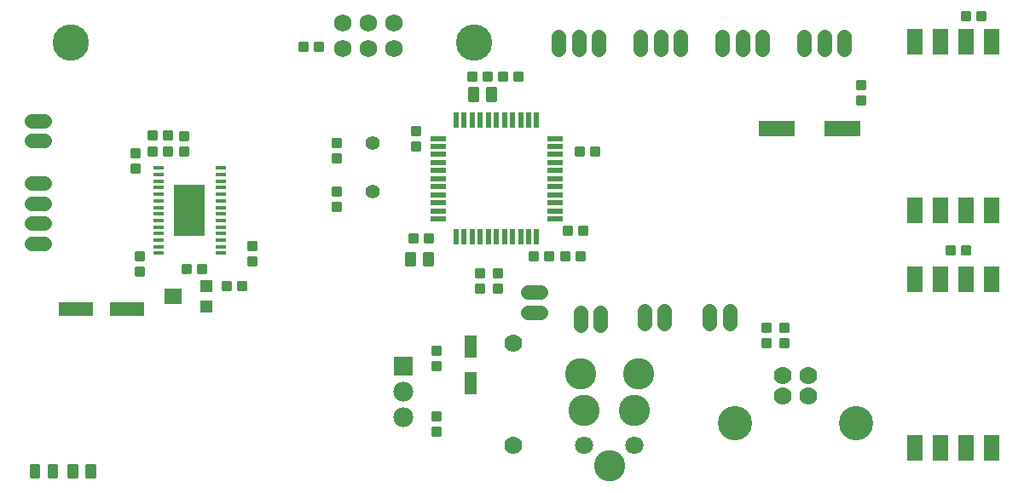
<source format=gts>
G04 EAGLE Gerber RS-274X export*
G75*
%MOMM*%
%FSLAX34Y34*%
%LPD*%
%INTop Solder Mask*%
%IPPOS*%
%AMOC8*
5,1,8,0,0,1.08239X$1,22.5*%
G01*
%ADD10C,3.601600*%
%ADD11C,0.326897*%
%ADD12R,3.403600X1.371600*%
%ADD13R,1.168400X2.286000*%
%ADD14C,0.357631*%
%ADD15C,1.778000*%
%ADD16R,1.981200X1.981200*%
%ADD17C,1.981200*%
%ADD18C,1.727200*%
%ADD19C,1.409600*%
%ADD20R,0.601600X1.601600*%
%ADD21R,1.601600X0.601600*%
%ADD22R,1.101600X0.451600*%
%ADD23R,3.101600X5.101600*%
%ADD24R,1.701600X1.601600*%
%ADD25R,1.301600X1.301600*%
%ADD26C,1.422400*%
%ADD27C,3.403600*%
%ADD28C,3.101600*%
%ADD29C,1.801600*%
%ADD30R,1.625600X2.641600*%
%ADD31R,3.601600X1.501600*%


D10*
X60000Y450000D03*
X460000Y450000D03*
D11*
X327169Y290339D02*
X327169Y283701D01*
X320531Y283701D01*
X320531Y290339D01*
X327169Y290339D01*
X327169Y286807D02*
X320531Y286807D01*
X320531Y289913D02*
X327169Y289913D01*
X327169Y298941D02*
X327169Y305579D01*
X327169Y298941D02*
X320531Y298941D01*
X320531Y305579D01*
X327169Y305579D01*
X327169Y302047D02*
X320531Y302047D01*
X320531Y305153D02*
X327169Y305153D01*
D12*
X115570Y185420D03*
X64770Y185420D03*
D13*
X457200Y147640D03*
X457200Y111440D03*
D11*
X144289Y354821D02*
X137651Y354821D01*
X137651Y361459D01*
X144289Y361459D01*
X144289Y354821D01*
X144289Y357927D02*
X137651Y357927D01*
X137651Y361033D02*
X144289Y361033D01*
X152891Y354821D02*
X159529Y354821D01*
X152891Y354821D02*
X152891Y361459D01*
X159529Y361459D01*
X159529Y354821D01*
X159529Y357927D02*
X152891Y357927D01*
X152891Y361033D02*
X159529Y361033D01*
X144289Y338311D02*
X137651Y338311D01*
X137651Y344949D01*
X144289Y344949D01*
X144289Y338311D01*
X144289Y341417D02*
X137651Y341417D01*
X137651Y344523D02*
X144289Y344523D01*
X152891Y338311D02*
X159529Y338311D01*
X152891Y338311D02*
X152891Y344949D01*
X159529Y344949D01*
X159529Y338311D01*
X159529Y341417D02*
X152891Y341417D01*
X152891Y344523D02*
X159529Y344523D01*
X327169Y338599D02*
X327169Y331961D01*
X320531Y331961D01*
X320531Y338599D01*
X327169Y338599D01*
X327169Y335067D02*
X320531Y335067D01*
X320531Y338173D02*
X327169Y338173D01*
X327169Y347201D02*
X327169Y353839D01*
X327169Y347201D02*
X320531Y347201D01*
X320531Y353839D01*
X327169Y353839D01*
X327169Y350307D02*
X320531Y350307D01*
X320531Y353413D02*
X327169Y353413D01*
X121141Y343679D02*
X121141Y337041D01*
X121141Y343679D02*
X127779Y343679D01*
X127779Y337041D01*
X121141Y337041D01*
X121141Y340147D02*
X127779Y340147D01*
X127779Y343253D02*
X121141Y343253D01*
X121141Y328439D02*
X121141Y321801D01*
X121141Y328439D02*
X127779Y328439D01*
X127779Y321801D01*
X121141Y321801D01*
X121141Y324907D02*
X127779Y324907D01*
X127779Y328013D02*
X121141Y328013D01*
X211311Y204961D02*
X217949Y204961D01*
X211311Y204961D02*
X211311Y211599D01*
X217949Y211599D01*
X217949Y204961D01*
X217949Y208067D02*
X211311Y208067D01*
X211311Y211173D02*
X217949Y211173D01*
X226551Y204961D02*
X233189Y204961D01*
X226551Y204961D02*
X226551Y211599D01*
X233189Y211599D01*
X233189Y204961D01*
X233189Y208067D02*
X226551Y208067D01*
X226551Y211173D02*
X233189Y211173D01*
X131589Y218931D02*
X131589Y225569D01*
X131589Y218931D02*
X124951Y218931D01*
X124951Y225569D01*
X131589Y225569D01*
X131589Y222037D02*
X124951Y222037D01*
X124951Y225143D02*
X131589Y225143D01*
X131589Y234171D02*
X131589Y240809D01*
X131589Y234171D02*
X124951Y234171D01*
X124951Y240809D01*
X131589Y240809D01*
X131589Y237277D02*
X124951Y237277D01*
X124951Y240383D02*
X131589Y240383D01*
X426229Y66819D02*
X426229Y60181D01*
X419591Y60181D01*
X419591Y66819D01*
X426229Y66819D01*
X426229Y63287D02*
X419591Y63287D01*
X419591Y66393D02*
X426229Y66393D01*
X426229Y75421D02*
X426229Y82059D01*
X426229Y75421D02*
X419591Y75421D01*
X419591Y82059D01*
X426229Y82059D01*
X426229Y78527D02*
X419591Y78527D01*
X419591Y81633D02*
X426229Y81633D01*
X500871Y419879D02*
X507509Y419879D01*
X507509Y413241D01*
X500871Y413241D01*
X500871Y419879D01*
X500871Y416347D02*
X507509Y416347D01*
X507509Y419453D02*
X500871Y419453D01*
X492269Y419879D02*
X485631Y419879D01*
X492269Y419879D02*
X492269Y413241D01*
X485631Y413241D01*
X485631Y419879D01*
X485631Y416347D02*
X492269Y416347D01*
X492269Y419453D02*
X485631Y419453D01*
X426229Y131589D02*
X426229Y124951D01*
X419591Y124951D01*
X419591Y131589D01*
X426229Y131589D01*
X426229Y128057D02*
X419591Y128057D01*
X419591Y131163D02*
X426229Y131163D01*
X426229Y140191D02*
X426229Y146829D01*
X426229Y140191D02*
X419591Y140191D01*
X419591Y146829D01*
X426229Y146829D01*
X426229Y143297D02*
X419591Y143297D01*
X419591Y146403D02*
X426229Y146403D01*
X399271Y358631D02*
X399271Y365269D01*
X405909Y365269D01*
X405909Y358631D01*
X399271Y358631D01*
X399271Y361737D02*
X405909Y361737D01*
X405909Y364843D02*
X399271Y364843D01*
X399271Y350029D02*
X399271Y343391D01*
X399271Y350029D02*
X405909Y350029D01*
X405909Y343391D01*
X399271Y343391D01*
X399271Y346497D02*
X405909Y346497D01*
X405909Y349603D02*
X399271Y349603D01*
X565641Y266209D02*
X572279Y266209D01*
X572279Y259571D01*
X565641Y259571D01*
X565641Y266209D01*
X565641Y262677D02*
X572279Y262677D01*
X572279Y265783D02*
X565641Y265783D01*
X557039Y266209D02*
X550401Y266209D01*
X557039Y266209D02*
X557039Y259571D01*
X550401Y259571D01*
X550401Y266209D01*
X550401Y262677D02*
X557039Y262677D01*
X557039Y265783D02*
X550401Y265783D01*
X577071Y344949D02*
X583709Y344949D01*
X583709Y338311D01*
X577071Y338311D01*
X577071Y344949D01*
X577071Y341417D02*
X583709Y341417D01*
X583709Y344523D02*
X577071Y344523D01*
X568469Y344949D02*
X561831Y344949D01*
X568469Y344949D02*
X568469Y338311D01*
X561831Y338311D01*
X561831Y344949D01*
X561831Y341417D02*
X568469Y341417D01*
X568469Y344523D02*
X561831Y344523D01*
X403369Y251951D02*
X396731Y251951D01*
X396731Y258589D01*
X403369Y258589D01*
X403369Y251951D01*
X403369Y255057D02*
X396731Y255057D01*
X396731Y258163D02*
X403369Y258163D01*
X411971Y251951D02*
X418609Y251951D01*
X411971Y251951D02*
X411971Y258589D01*
X418609Y258589D01*
X418609Y251951D01*
X418609Y255057D02*
X411971Y255057D01*
X411971Y258163D02*
X418609Y258163D01*
X470391Y419879D02*
X477029Y419879D01*
X477029Y413241D01*
X470391Y413241D01*
X470391Y419879D01*
X470391Y416347D02*
X477029Y416347D01*
X477029Y419453D02*
X470391Y419453D01*
X461789Y419879D02*
X455151Y419879D01*
X461789Y419879D02*
X461789Y413241D01*
X455151Y413241D01*
X455151Y419879D01*
X455151Y416347D02*
X461789Y416347D01*
X461789Y419453D02*
X455151Y419453D01*
D14*
X455940Y393075D02*
X463540Y393075D01*
X455940Y393075D02*
X455940Y404485D01*
X463540Y404485D01*
X463540Y393075D01*
X463540Y396472D02*
X455940Y396472D01*
X455940Y399869D02*
X463540Y399869D01*
X463540Y403266D02*
X455940Y403266D01*
X473720Y393075D02*
X481320Y393075D01*
X473720Y393075D02*
X473720Y404485D01*
X481320Y404485D01*
X481320Y393075D01*
X481320Y396472D02*
X473720Y396472D01*
X473720Y399869D02*
X481320Y399869D01*
X481320Y403266D02*
X473720Y403266D01*
D15*
X499110Y49530D03*
X499110Y151130D03*
D11*
X45229Y29354D02*
X38591Y29354D01*
X45229Y29354D02*
X45229Y18906D01*
X38591Y18906D01*
X38591Y29354D01*
X38591Y22012D02*
X45229Y22012D01*
X45229Y25118D02*
X38591Y25118D01*
X38591Y28224D02*
X45229Y28224D01*
X27449Y29354D02*
X20811Y29354D01*
X27449Y29354D02*
X27449Y18906D01*
X20811Y18906D01*
X20811Y29354D01*
X20811Y22012D02*
X27449Y22012D01*
X27449Y25118D02*
X20811Y25118D01*
X20811Y28224D02*
X27449Y28224D01*
D14*
X393710Y229245D02*
X401310Y229245D01*
X393710Y229245D02*
X393710Y240655D01*
X401310Y240655D01*
X401310Y229245D01*
X401310Y232642D02*
X393710Y232642D01*
X393710Y236039D02*
X401310Y236039D01*
X401310Y239436D02*
X393710Y239436D01*
X411490Y229245D02*
X419090Y229245D01*
X411490Y229245D02*
X411490Y240655D01*
X419090Y240655D01*
X419090Y229245D01*
X419090Y232642D02*
X411490Y232642D01*
X411490Y236039D02*
X419090Y236039D01*
X419090Y239436D02*
X411490Y239436D01*
D16*
X389890Y128270D03*
D17*
X389890Y102870D03*
X389890Y77470D03*
D18*
X355600Y469900D03*
X355600Y444500D03*
X381000Y444500D03*
X381000Y469900D03*
X330200Y469900D03*
X330200Y444500D03*
D19*
X34005Y352700D02*
X20925Y352700D01*
X20925Y372700D02*
X34005Y372700D01*
X34005Y250470D02*
X20925Y250470D01*
X20925Y270470D02*
X34005Y270470D01*
X34005Y290470D02*
X20925Y290470D01*
X20925Y310470D02*
X34005Y310470D01*
X544155Y443515D02*
X544155Y456595D01*
X564155Y456595D02*
X564155Y443515D01*
X584155Y443515D02*
X584155Y456595D01*
X566060Y182275D02*
X566060Y169195D01*
X586060Y169195D02*
X586060Y182275D01*
X625435Y443515D02*
X625435Y456595D01*
X645435Y456595D02*
X645435Y443515D01*
X665435Y443515D02*
X665435Y456595D01*
X706715Y456595D02*
X706715Y443515D01*
X726715Y443515D02*
X726715Y456595D01*
X746715Y456595D02*
X746715Y443515D01*
X649330Y183865D02*
X649330Y170785D01*
X629330Y170785D02*
X629330Y183865D01*
D11*
X294149Y442451D02*
X287511Y442451D01*
X287511Y449089D01*
X294149Y449089D01*
X294149Y442451D01*
X294149Y445557D02*
X287511Y445557D01*
X287511Y448663D02*
X294149Y448663D01*
X302751Y442451D02*
X309389Y442451D01*
X302751Y442451D02*
X302751Y449089D01*
X309389Y449089D01*
X309389Y442451D01*
X309389Y445557D02*
X302751Y445557D01*
X302751Y448663D02*
X309389Y448663D01*
X176039Y344949D02*
X176039Y338311D01*
X169401Y338311D01*
X169401Y344949D01*
X176039Y344949D01*
X176039Y341417D02*
X169401Y341417D01*
X169401Y344523D02*
X176039Y344523D01*
X176039Y353551D02*
X176039Y360189D01*
X176039Y353551D02*
X169401Y353551D01*
X169401Y360189D01*
X176039Y360189D01*
X176039Y356657D02*
X169401Y356657D01*
X169401Y359763D02*
X176039Y359763D01*
X753889Y154449D02*
X753889Y147811D01*
X747251Y147811D01*
X747251Y154449D01*
X753889Y154449D01*
X753889Y150917D02*
X747251Y150917D01*
X747251Y154023D02*
X753889Y154023D01*
X753889Y163051D02*
X753889Y169689D01*
X753889Y163051D02*
X747251Y163051D01*
X747251Y169689D01*
X753889Y169689D01*
X753889Y166157D02*
X747251Y166157D01*
X747251Y169263D02*
X753889Y169263D01*
X243349Y229091D02*
X243349Y235729D01*
X243349Y229091D02*
X236711Y229091D01*
X236711Y235729D01*
X243349Y235729D01*
X243349Y232197D02*
X236711Y232197D01*
X236711Y235303D02*
X243349Y235303D01*
X243349Y244331D02*
X243349Y250969D01*
X243349Y244331D02*
X236711Y244331D01*
X236711Y250969D01*
X243349Y250969D01*
X243349Y247437D02*
X236711Y247437D01*
X236711Y250543D02*
X243349Y250543D01*
X178579Y221471D02*
X171941Y221471D01*
X171941Y228109D01*
X178579Y228109D01*
X178579Y221471D01*
X178579Y224577D02*
X171941Y224577D01*
X171941Y227683D02*
X178579Y227683D01*
X187181Y221471D02*
X193819Y221471D01*
X187181Y221471D02*
X187181Y228109D01*
X193819Y228109D01*
X193819Y221471D01*
X193819Y224577D02*
X187181Y224577D01*
X187181Y227683D02*
X193819Y227683D01*
X771669Y154449D02*
X771669Y147811D01*
X765031Y147811D01*
X765031Y154449D01*
X771669Y154449D01*
X771669Y150917D02*
X765031Y150917D01*
X765031Y154023D02*
X771669Y154023D01*
X771669Y163051D02*
X771669Y169689D01*
X771669Y163051D02*
X765031Y163051D01*
X765031Y169689D01*
X771669Y169689D01*
X771669Y166157D02*
X765031Y166157D01*
X765031Y169263D02*
X771669Y169263D01*
D14*
X83810Y29835D02*
X76210Y29835D01*
X83810Y29835D02*
X83810Y18425D01*
X76210Y18425D01*
X76210Y29835D01*
X76210Y21822D02*
X83810Y21822D01*
X83810Y25219D02*
X76210Y25219D01*
X76210Y28616D02*
X83810Y28616D01*
X66030Y29835D02*
X58430Y29835D01*
X66030Y29835D02*
X66030Y18425D01*
X58430Y18425D01*
X58430Y29835D01*
X58430Y21822D02*
X66030Y21822D01*
X66030Y25219D02*
X58430Y25219D01*
X58430Y28616D02*
X66030Y28616D01*
D11*
X563101Y240809D02*
X569739Y240809D01*
X569739Y234171D01*
X563101Y234171D01*
X563101Y240809D01*
X563101Y237277D02*
X569739Y237277D01*
X569739Y240383D02*
X563101Y240383D01*
X554499Y240809D02*
X547861Y240809D01*
X554499Y240809D02*
X554499Y234171D01*
X547861Y234171D01*
X547861Y240809D01*
X547861Y237277D02*
X554499Y237277D01*
X554499Y240383D02*
X547861Y240383D01*
D20*
X522600Y372960D03*
X514600Y372960D03*
X506600Y372960D03*
X498600Y372960D03*
X490600Y372960D03*
X482600Y372960D03*
X474600Y372960D03*
X466600Y372960D03*
X458600Y372960D03*
X450600Y372960D03*
X442600Y372960D03*
D21*
X424600Y354960D03*
X424600Y346960D03*
X424600Y338960D03*
X424600Y330960D03*
X424600Y322960D03*
X424600Y314960D03*
X424600Y306960D03*
X424600Y298960D03*
X424600Y290960D03*
X424600Y282960D03*
X424600Y274960D03*
D20*
X442600Y256960D03*
X450600Y256960D03*
X458600Y256960D03*
X466600Y256960D03*
X474600Y256960D03*
X482600Y256960D03*
X490600Y256960D03*
X498600Y256960D03*
X506600Y256960D03*
X514600Y256960D03*
X522600Y256960D03*
D21*
X540600Y274960D03*
X540600Y282960D03*
X540600Y290960D03*
X540600Y298960D03*
X540600Y306960D03*
X540600Y314960D03*
X540600Y322960D03*
X540600Y330960D03*
X540600Y338960D03*
X540600Y346960D03*
X540600Y354960D03*
D22*
X146925Y325460D03*
X146925Y318960D03*
X146925Y312460D03*
X146925Y305960D03*
X146925Y299460D03*
X146925Y292960D03*
X146925Y286460D03*
X146925Y279960D03*
X146925Y273460D03*
X146925Y266960D03*
X146925Y260460D03*
X146925Y253960D03*
X146925Y247460D03*
X146925Y240960D03*
X208675Y240960D03*
X208675Y247460D03*
X208675Y253960D03*
X208675Y260460D03*
X208675Y266960D03*
X208675Y273460D03*
X208675Y279960D03*
X208675Y286460D03*
X208675Y292960D03*
X208675Y299460D03*
X208675Y305960D03*
X208675Y312460D03*
X208675Y318960D03*
X208675Y325460D03*
D23*
X177800Y283210D03*
D24*
X161530Y198120D03*
D25*
X194780Y188120D03*
X194780Y208120D03*
D26*
X359410Y350520D03*
X359410Y302260D03*
D15*
X792280Y118872D03*
X767280Y118872D03*
X767280Y99060D03*
X792280Y99060D03*
D27*
X839978Y71882D03*
X719582Y71882D03*
D28*
X594920Y29600D03*
D29*
X619920Y49600D03*
X569920Y49600D03*
D28*
X619920Y84600D03*
X569920Y84600D03*
X623920Y121100D03*
X565920Y121100D03*
D30*
X974090Y450850D03*
X948690Y450850D03*
X923290Y450850D03*
X897890Y450850D03*
X897890Y283210D03*
X923290Y283210D03*
X948690Y283210D03*
X974090Y283210D03*
X974090Y214630D03*
X948690Y214630D03*
X923290Y214630D03*
X897890Y214630D03*
X897890Y46990D03*
X923290Y46990D03*
X948690Y46990D03*
X974090Y46990D03*
D19*
X787995Y443515D02*
X787995Y456595D01*
X807995Y456595D02*
X807995Y443515D01*
X827995Y443515D02*
X827995Y456595D01*
X714100Y183865D02*
X714100Y170785D01*
X694100Y170785D02*
X694100Y183865D01*
D11*
X841231Y404351D02*
X841231Y410989D01*
X847869Y410989D01*
X847869Y404351D01*
X841231Y404351D01*
X841231Y407457D02*
X847869Y407457D01*
X847869Y410563D02*
X841231Y410563D01*
X841231Y395749D02*
X841231Y389111D01*
X841231Y395749D02*
X847869Y395749D01*
X847869Y389111D01*
X841231Y389111D01*
X841231Y392217D02*
X847869Y392217D01*
X847869Y395323D02*
X841231Y395323D01*
D31*
X761250Y364490D03*
X826250Y364490D03*
D19*
X526445Y202290D02*
X513365Y202290D01*
X513365Y182290D02*
X526445Y182290D01*
D11*
X522749Y234171D02*
X516111Y234171D01*
X516111Y240809D01*
X522749Y240809D01*
X522749Y234171D01*
X522749Y237277D02*
X516111Y237277D01*
X516111Y240383D02*
X522749Y240383D01*
X531351Y234171D02*
X537989Y234171D01*
X531351Y234171D02*
X531351Y240809D01*
X537989Y240809D01*
X537989Y234171D01*
X537989Y237277D02*
X531351Y237277D01*
X531351Y240383D02*
X537989Y240383D01*
X462771Y224299D02*
X462771Y217661D01*
X462771Y224299D02*
X469409Y224299D01*
X469409Y217661D01*
X462771Y217661D01*
X462771Y220767D02*
X469409Y220767D01*
X469409Y223873D02*
X462771Y223873D01*
X462771Y209059D02*
X462771Y202421D01*
X462771Y209059D02*
X469409Y209059D01*
X469409Y202421D01*
X462771Y202421D01*
X462771Y205527D02*
X469409Y205527D01*
X469409Y208633D02*
X462771Y208633D01*
X480551Y217661D02*
X480551Y224299D01*
X487189Y224299D01*
X487189Y217661D01*
X480551Y217661D01*
X480551Y220767D02*
X487189Y220767D01*
X487189Y223873D02*
X480551Y223873D01*
X480551Y209059D02*
X480551Y202421D01*
X480551Y209059D02*
X487189Y209059D01*
X487189Y202421D01*
X480551Y202421D01*
X480551Y205527D02*
X487189Y205527D01*
X487189Y208633D02*
X480551Y208633D01*
X945371Y472931D02*
X952009Y472931D01*
X945371Y472931D02*
X945371Y479569D01*
X952009Y479569D01*
X952009Y472931D01*
X952009Y476037D02*
X945371Y476037D01*
X945371Y479143D02*
X952009Y479143D01*
X960611Y472931D02*
X967249Y472931D01*
X960611Y472931D02*
X960611Y479569D01*
X967249Y479569D01*
X967249Y472931D01*
X967249Y476037D02*
X960611Y476037D01*
X960611Y479143D02*
X967249Y479143D01*
X952009Y247159D02*
X945371Y247159D01*
X952009Y247159D02*
X952009Y240521D01*
X945371Y240521D01*
X945371Y247159D01*
X945371Y243627D02*
X952009Y243627D01*
X952009Y246733D02*
X945371Y246733D01*
X936769Y247159D02*
X930131Y247159D01*
X936769Y247159D02*
X936769Y240521D01*
X930131Y240521D01*
X930131Y247159D01*
X930131Y243627D02*
X936769Y243627D01*
X936769Y246733D02*
X930131Y246733D01*
M02*

</source>
